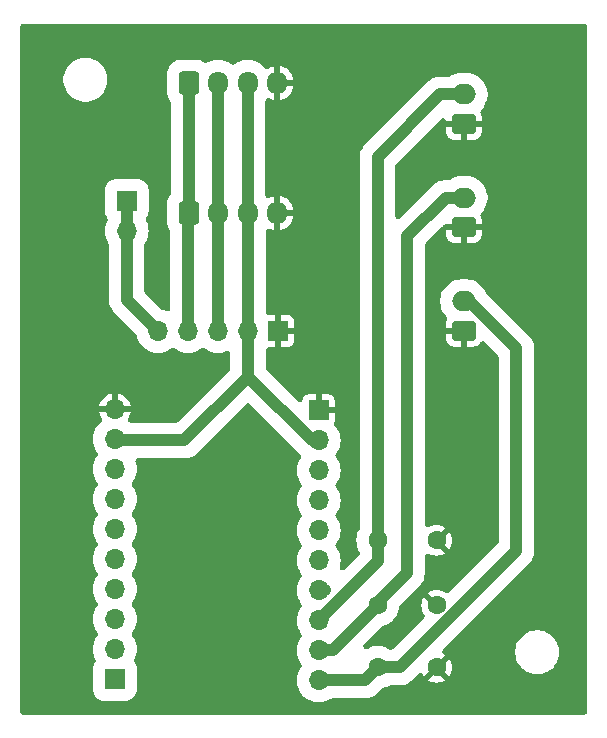
<source format=gbr>
%TF.GenerationSoftware,KiCad,Pcbnew,8.0.8-8.0.8-0~ubuntu24.04.1*%
%TF.CreationDate,2025-02-21T17:51:32+00:00*%
%TF.ProjectId,GPIO_expander_board,4750494f-5f65-4787-9061-6e6465725f62,rev?*%
%TF.SameCoordinates,Original*%
%TF.FileFunction,Copper,L2,Bot*%
%TF.FilePolarity,Positive*%
%FSLAX46Y46*%
G04 Gerber Fmt 4.6, Leading zero omitted, Abs format (unit mm)*
G04 Created by KiCad (PCBNEW 8.0.8-8.0.8-0~ubuntu24.04.1) date 2025-02-21 17:51:32*
%MOMM*%
%LPD*%
G01*
G04 APERTURE LIST*
G04 Aperture macros list*
%AMRoundRect*
0 Rectangle with rounded corners*
0 $1 Rounding radius*
0 $2 $3 $4 $5 $6 $7 $8 $9 X,Y pos of 4 corners*
0 Add a 4 corners polygon primitive as box body*
4,1,4,$2,$3,$4,$5,$6,$7,$8,$9,$2,$3,0*
0 Add four circle primitives for the rounded corners*
1,1,$1+$1,$2,$3*
1,1,$1+$1,$4,$5*
1,1,$1+$1,$6,$7*
1,1,$1+$1,$8,$9*
0 Add four rect primitives between the rounded corners*
20,1,$1+$1,$2,$3,$4,$5,0*
20,1,$1+$1,$4,$5,$6,$7,0*
20,1,$1+$1,$6,$7,$8,$9,0*
20,1,$1+$1,$8,$9,$2,$3,0*%
G04 Aperture macros list end*
%TA.AperFunction,ComponentPad*%
%ADD10R,1.700000X1.700000*%
%TD*%
%TA.AperFunction,ComponentPad*%
%ADD11O,1.700000X1.700000*%
%TD*%
%TA.AperFunction,ComponentPad*%
%ADD12RoundRect,0.250000X0.750000X-0.600000X0.750000X0.600000X-0.750000X0.600000X-0.750000X-0.600000X0*%
%TD*%
%TA.AperFunction,ComponentPad*%
%ADD13O,2.000000X1.700000*%
%TD*%
%TA.AperFunction,ComponentPad*%
%ADD14C,1.600000*%
%TD*%
%TA.AperFunction,ComponentPad*%
%ADD15RoundRect,0.250000X-0.600000X-0.725000X0.600000X-0.725000X0.600000X0.725000X-0.600000X0.725000X0*%
%TD*%
%TA.AperFunction,ComponentPad*%
%ADD16O,1.700000X1.950000*%
%TD*%
%TA.AperFunction,Conductor*%
%ADD17C,1.000000*%
%TD*%
G04 APERTURE END LIST*
D10*
%TO.P,J6,1,Pin_1*%
%TO.N,unconnected-(J6-Pin_1-Pad1)*%
X84500000Y-132740000D03*
D11*
%TO.P,J6,2,Pin_2*%
%TO.N,unconnected-(J6-Pin_2-Pad2)*%
X84500000Y-130200000D03*
%TO.P,J6,3,Pin_3*%
%TO.N,unconnected-(J6-Pin_3-Pad3)*%
X84500000Y-127660000D03*
%TO.P,J6,4,Pin_4*%
%TO.N,unconnected-(J6-Pin_4-Pad4)*%
X84500000Y-125120000D03*
%TO.P,J6,5,Pin_5*%
%TO.N,unconnected-(J6-Pin_5-Pad5)*%
X84500000Y-122580000D03*
%TO.P,J6,6,Pin_6*%
%TO.N,unconnected-(J6-Pin_6-Pad6)*%
X84500000Y-120040000D03*
%TO.P,J6,7,Pin_7*%
%TO.N,unconnected-(J6-Pin_7-Pad7)*%
X84500000Y-117500000D03*
%TO.P,J6,8,Pin_8*%
%TO.N,unconnected-(J6-Pin_8-Pad8)*%
X84500000Y-114960000D03*
%TO.P,J6,9,Pin_9*%
%TO.N,+5V*%
X84500000Y-112420000D03*
%TO.P,J6,10,Pin_10*%
%TO.N,GND*%
X84500000Y-109880000D03*
%TD*%
D10*
%TO.P,J4,1,Pin_1*%
%TO.N,GND*%
X101750000Y-110000000D03*
D11*
%TO.P,J4,2,Pin_2*%
%TO.N,+5V*%
X101750000Y-112540000D03*
%TO.P,J4,3,Pin_3*%
%TO.N,unconnected-(J4-Pin_3-Pad3)*%
X101750000Y-115080000D03*
%TO.P,J4,4,Pin_4*%
%TO.N,unconnected-(J4-Pin_4-Pad4)*%
X101750000Y-117620000D03*
%TO.P,J4,5,Pin_5*%
%TO.N,unconnected-(J4-Pin_5-Pad5)*%
X101750000Y-120160000D03*
%TO.P,J4,6,Pin_6*%
%TO.N,unconnected-(J4-Pin_6-Pad6)*%
X101750000Y-122700000D03*
%TO.P,J4,7,Pin_7*%
%TO.N,unconnected-(J4-Pin_7-Pad7)*%
X101750000Y-125240000D03*
%TO.P,J4,8,Pin_8*%
%TO.N,Net-(J1-Pin_2)*%
X101750000Y-127780000D03*
%TO.P,J4,9,Pin_9*%
%TO.N,Net-(J2-Pin_2)*%
X101750000Y-130320000D03*
%TO.P,J4,10,Pin_10*%
%TO.N,Net-(J3-Pin_2)*%
X101750000Y-132860000D03*
%TD*%
D12*
%TO.P,J1,1,Pin_1*%
%TO.N,GND*%
X114050000Y-85750000D03*
D13*
%TO.P,J1,2,Pin_2*%
%TO.N,Net-(J1-Pin_2)*%
X114050000Y-83250000D03*
%TD*%
D14*
%TO.P,C3,1*%
%TO.N,GND*%
X111750000Y-131750000D03*
%TO.P,C3,2*%
%TO.N,Net-(J3-Pin_2)*%
X106750000Y-131750000D03*
%TD*%
D12*
%TO.P,J3,1,Pin_1*%
%TO.N,GND*%
X114050000Y-103250000D03*
D13*
%TO.P,J3,2,Pin_2*%
%TO.N,Net-(J3-Pin_2)*%
X114050000Y-100750000D03*
%TD*%
D12*
%TO.P,J2,1,Pin_1*%
%TO.N,GND*%
X114050000Y-94500000D03*
D13*
%TO.P,J2,2,Pin_2*%
%TO.N,Net-(J2-Pin_2)*%
X114050000Y-92000000D03*
%TD*%
D14*
%TO.P,C1,1*%
%TO.N,GND*%
X111750000Y-121000000D03*
%TO.P,C1,2*%
%TO.N,Net-(J1-Pin_2)*%
X106750000Y-121000000D03*
%TD*%
D15*
%TO.P,P1,1,Pin_1*%
%TO.N,Net-(J5-Pin_4)*%
X90750000Y-93280000D03*
D16*
%TO.P,P1,2,Pin_2*%
%TO.N,Net-(J5-Pin_3)*%
X93250000Y-93280000D03*
%TO.P,P1,3,Pin_3*%
%TO.N,+5V*%
X95750000Y-93280000D03*
%TO.P,P1,4,Pin_4*%
%TO.N,GND*%
X98250000Y-93280000D03*
%TD*%
D15*
%TO.P,P2,1,Pin_1*%
%TO.N,Net-(J5-Pin_4)*%
X90750000Y-82280000D03*
D16*
%TO.P,P2,2,Pin_2*%
%TO.N,Net-(J5-Pin_3)*%
X93250000Y-82280000D03*
%TO.P,P2,3,Pin_3*%
%TO.N,+5V*%
X95750000Y-82280000D03*
%TO.P,P2,4,Pin_4*%
%TO.N,GND*%
X98250000Y-82280000D03*
%TD*%
D10*
%TO.P,J5,1,Pin_1*%
%TO.N,GND*%
X98325000Y-103280000D03*
D11*
%TO.P,J5,2,Pin_2*%
%TO.N,+5V*%
X95785000Y-103280000D03*
%TO.P,J5,3,Pin_3*%
%TO.N,Net-(J5-Pin_3)*%
X93245000Y-103280000D03*
%TO.P,J5,4,Pin_4*%
%TO.N,Net-(J5-Pin_4)*%
X90705000Y-103280000D03*
%TO.P,J5,5,Pin_5*%
%TO.N,Net-(J5-Pin_5)*%
X88165000Y-103280000D03*
%TD*%
D10*
%TO.P,J7,1,Pin_1*%
%TO.N,Net-(J5-Pin_5)*%
X85500000Y-92240000D03*
D11*
%TO.P,J7,2,Pin_2*%
X85500000Y-94780000D03*
%TD*%
D14*
%TO.P,C2,1*%
%TO.N,GND*%
X111750000Y-126500000D03*
%TO.P,C2,2*%
%TO.N,Net-(J2-Pin_2)*%
X106750000Y-126500000D03*
%TD*%
D17*
%TO.N,Net-(J1-Pin_2)*%
X101750000Y-127780000D02*
X106750000Y-122780000D01*
X106750000Y-122780000D02*
X106750000Y-121000000D01*
%TO.N,Net-(J2-Pin_2)*%
X101750000Y-130320000D02*
X102930000Y-130320000D01*
X102930000Y-130320000D02*
X106750000Y-126500000D01*
%TO.N,Net-(J3-Pin_2)*%
X101750000Y-132860000D02*
X105640000Y-132860000D01*
X105640000Y-132860000D02*
X106750000Y-131750000D01*
%TO.N,Net-(J2-Pin_2)*%
X106750000Y-126500000D02*
X106750000Y-126250000D01*
X106750000Y-126250000D02*
X109250000Y-123750000D01*
X109250000Y-123750000D02*
X109250000Y-95250000D01*
X109250000Y-95250000D02*
X112500000Y-92000000D01*
X112500000Y-92000000D02*
X114050000Y-92000000D01*
%TO.N,Net-(J1-Pin_2)*%
X114050000Y-83250000D02*
X112050000Y-83250000D01*
X112050000Y-83250000D02*
X106750000Y-88550000D01*
X106750000Y-88550000D02*
X106750000Y-121000000D01*
%TO.N,Net-(J3-Pin_2)*%
X108621321Y-131750000D02*
X118500000Y-121871321D01*
X118500000Y-121871321D02*
X118500000Y-104750000D01*
X106750000Y-131750000D02*
X108621321Y-131750000D01*
X114500000Y-100750000D02*
X114050000Y-100750000D01*
X118500000Y-104750000D02*
X114500000Y-100750000D01*
%TO.N,unconnected-(J4-Pin_7-Pad7)*%
X101750000Y-125240000D02*
X102290000Y-125240000D01*
%TO.N,+5V*%
X95750000Y-93280000D02*
X95750000Y-94000000D01*
X84500000Y-112540000D02*
X90380000Y-112540000D01*
X95785000Y-94035000D02*
X95785000Y-103280000D01*
X95785000Y-103280000D02*
X95785000Y-107135000D01*
X95750000Y-82280000D02*
X95750000Y-93280000D01*
X90380000Y-112540000D02*
X95785000Y-107135000D01*
X101190000Y-112540000D02*
X101750000Y-112540000D01*
X95785000Y-107135000D02*
X101190000Y-112540000D01*
X95750000Y-94000000D02*
X95785000Y-94035000D01*
%TO.N,Net-(J5-Pin_3)*%
X93250000Y-93280000D02*
X93250000Y-103275000D01*
X93250000Y-103275000D02*
X93245000Y-103280000D01*
X93250000Y-82280000D02*
X93250000Y-93280000D01*
%TO.N,Net-(J5-Pin_4)*%
X90705000Y-103280000D02*
X90705000Y-93325000D01*
X90750000Y-82280000D02*
X90750000Y-93280000D01*
X90705000Y-93325000D02*
X90750000Y-93280000D01*
%TO.N,Net-(J5-Pin_5)*%
X85500000Y-100615000D02*
X88165000Y-103280000D01*
X85500000Y-92240000D02*
X85500000Y-94780000D01*
X85500000Y-94780000D02*
X85500000Y-100615000D01*
%TD*%
%TA.AperFunction,Conductor*%
%TO.N,GND*%
G36*
X124345788Y-77269454D02*
G01*
X124426570Y-77323430D01*
X124480546Y-77404212D01*
X124499500Y-77499500D01*
X124499500Y-135500500D01*
X124480546Y-135595788D01*
X124426570Y-135676570D01*
X124345788Y-135730546D01*
X124250500Y-135749500D01*
X76749500Y-135749500D01*
X76654212Y-135730546D01*
X76573430Y-135676570D01*
X76519454Y-135595788D01*
X76500500Y-135500500D01*
X76500500Y-112420000D01*
X82644773Y-112420000D01*
X82663657Y-112684026D01*
X82719923Y-112942678D01*
X82812426Y-113190689D01*
X82939284Y-113423011D01*
X83027445Y-113540780D01*
X83069375Y-113628421D01*
X83074576Y-113725436D01*
X83042254Y-113817057D01*
X83027448Y-113839214D01*
X82959061Y-113930570D01*
X82939284Y-113956989D01*
X82939280Y-113956995D01*
X82812427Y-114189308D01*
X82812425Y-114189312D01*
X82767668Y-114309311D01*
X82719923Y-114437322D01*
X82663657Y-114695974D01*
X82644773Y-114960000D01*
X82663657Y-115224026D01*
X82719923Y-115482678D01*
X82812426Y-115730689D01*
X82939284Y-115963011D01*
X82939285Y-115963012D01*
X83027445Y-116080780D01*
X83069375Y-116168421D01*
X83074576Y-116265436D01*
X83042254Y-116357057D01*
X83027448Y-116379214D01*
X82954205Y-116477057D01*
X82939284Y-116496989D01*
X82939280Y-116496995D01*
X82812427Y-116729308D01*
X82812425Y-116729312D01*
X82767668Y-116849311D01*
X82719923Y-116977322D01*
X82663657Y-117235974D01*
X82644773Y-117500000D01*
X82663657Y-117764026D01*
X82719923Y-118022678D01*
X82812426Y-118270689D01*
X82939284Y-118503011D01*
X82939285Y-118503012D01*
X83027445Y-118620780D01*
X83069375Y-118708421D01*
X83074576Y-118805436D01*
X83042254Y-118897057D01*
X83027448Y-118919214D01*
X82954205Y-119017057D01*
X82939284Y-119036989D01*
X82939280Y-119036995D01*
X82812427Y-119269308D01*
X82812425Y-119269312D01*
X82767668Y-119389311D01*
X82719923Y-119517322D01*
X82693819Y-119637320D01*
X82663657Y-119775972D01*
X82655074Y-119895972D01*
X82644773Y-120040000D01*
X82663657Y-120304026D01*
X82719923Y-120562678D01*
X82751430Y-120647152D01*
X82812425Y-120810687D01*
X82812427Y-120810691D01*
X82916183Y-121000706D01*
X82939284Y-121043011D01*
X83027444Y-121160779D01*
X83027445Y-121160780D01*
X83069375Y-121248421D01*
X83074576Y-121345436D01*
X83042254Y-121437057D01*
X83027448Y-121459214D01*
X82972822Y-121532187D01*
X82939284Y-121576989D01*
X82939280Y-121576995D01*
X82812427Y-121809308D01*
X82812425Y-121809312D01*
X82767668Y-121929311D01*
X82719923Y-122057322D01*
X82703352Y-122133498D01*
X82663657Y-122315972D01*
X82644773Y-122580000D01*
X82663657Y-122844027D01*
X82664702Y-122848831D01*
X82719923Y-123102678D01*
X82812426Y-123350689D01*
X82939284Y-123583011D01*
X82939285Y-123583012D01*
X83027445Y-123700780D01*
X83069375Y-123788421D01*
X83074576Y-123885436D01*
X83042254Y-123977057D01*
X83027448Y-123999214D01*
X82955383Y-124095483D01*
X82939284Y-124116989D01*
X82939280Y-124116995D01*
X82812427Y-124349308D01*
X82812425Y-124349312D01*
X82767668Y-124469311D01*
X82719923Y-124597322D01*
X82663657Y-124855974D01*
X82644773Y-125120000D01*
X82663657Y-125384026D01*
X82719923Y-125642678D01*
X82812426Y-125890689D01*
X82939284Y-126123011D01*
X83027444Y-126240779D01*
X83027445Y-126240780D01*
X83069375Y-126328421D01*
X83074576Y-126425436D01*
X83042254Y-126517057D01*
X83027448Y-126539214D01*
X82954205Y-126637057D01*
X82939284Y-126656989D01*
X82939280Y-126656995D01*
X82812427Y-126889308D01*
X82812425Y-126889312D01*
X82767668Y-127009311D01*
X82719923Y-127137322D01*
X82716625Y-127152483D01*
X82663657Y-127395972D01*
X82644773Y-127660000D01*
X82649642Y-127728083D01*
X82663657Y-127924026D01*
X82719923Y-128182678D01*
X82812426Y-128430689D01*
X82939284Y-128663011D01*
X82977415Y-128713948D01*
X83027445Y-128780780D01*
X83069375Y-128868421D01*
X83074576Y-128965436D01*
X83042254Y-129057057D01*
X83027448Y-129079214D01*
X82954205Y-129177057D01*
X82939284Y-129196989D01*
X82939280Y-129196995D01*
X82812427Y-129429308D01*
X82812425Y-129429312D01*
X82767668Y-129549311D01*
X82719923Y-129677322D01*
X82693819Y-129797320D01*
X82663657Y-129935972D01*
X82645749Y-130186349D01*
X82644773Y-130200000D01*
X82663657Y-130464026D01*
X82719923Y-130722678D01*
X82764681Y-130842678D01*
X82812425Y-130970687D01*
X82812427Y-130970691D01*
X82851004Y-131041340D01*
X82880035Y-131134057D01*
X82871376Y-131230825D01*
X82826343Y-131316913D01*
X82825443Y-131318024D01*
X82810301Y-131336593D01*
X82810299Y-131336596D01*
X82716093Y-131516946D01*
X82716090Y-131516954D01*
X82660115Y-131712578D01*
X82660114Y-131712582D01*
X82649500Y-131831963D01*
X82649500Y-133648031D01*
X82649501Y-133648043D01*
X82660113Y-133767414D01*
X82716090Y-133963045D01*
X82716093Y-133963053D01*
X82810268Y-134143343D01*
X82810302Y-134143407D01*
X82938891Y-134301109D01*
X83096593Y-134429698D01*
X83276951Y-134523909D01*
X83472582Y-134579886D01*
X83591963Y-134590500D01*
X85408036Y-134590499D01*
X85527418Y-134579886D01*
X85723049Y-134523909D01*
X85903407Y-134429698D01*
X86061109Y-134301109D01*
X86189698Y-134143407D01*
X86283909Y-133963049D01*
X86339886Y-133767418D01*
X86350500Y-133648037D01*
X86350499Y-131831964D01*
X86339886Y-131712582D01*
X86283909Y-131516951D01*
X86189698Y-131336593D01*
X86174557Y-131318024D01*
X86129032Y-131232200D01*
X86119814Y-131135483D01*
X86148311Y-131042601D01*
X86148883Y-131041544D01*
X86187574Y-130970689D01*
X86280077Y-130722678D01*
X86336343Y-130464026D01*
X86355227Y-130200000D01*
X86336343Y-129935974D01*
X86280077Y-129677322D01*
X86187574Y-129429311D01*
X86060716Y-129196989D01*
X85972552Y-129079216D01*
X85930624Y-128991581D01*
X85925423Y-128894565D01*
X85957745Y-128802944D01*
X85972545Y-128780793D01*
X86060716Y-128663011D01*
X86187574Y-128430689D01*
X86280077Y-128182678D01*
X86336343Y-127924026D01*
X86355227Y-127660000D01*
X86336343Y-127395974D01*
X86280077Y-127137322D01*
X86187574Y-126889311D01*
X86060716Y-126656989D01*
X85972552Y-126539216D01*
X85930624Y-126451581D01*
X85925423Y-126354565D01*
X85957745Y-126262944D01*
X85972545Y-126240793D01*
X86060716Y-126123011D01*
X86187574Y-125890689D01*
X86280077Y-125642678D01*
X86336343Y-125384026D01*
X86355227Y-125120000D01*
X86336343Y-124855974D01*
X86280077Y-124597322D01*
X86187574Y-124349311D01*
X86060716Y-124116989D01*
X85972552Y-123999216D01*
X85930624Y-123911581D01*
X85925423Y-123814565D01*
X85957745Y-123722944D01*
X85972545Y-123700793D01*
X86060716Y-123583011D01*
X86187574Y-123350689D01*
X86280077Y-123102678D01*
X86336343Y-122844026D01*
X86355227Y-122580000D01*
X86336343Y-122315974D01*
X86280077Y-122057322D01*
X86187574Y-121809311D01*
X86060716Y-121576989D01*
X85972552Y-121459216D01*
X85930624Y-121371581D01*
X85925423Y-121274565D01*
X85957745Y-121182944D01*
X85972545Y-121160793D01*
X86060716Y-121043011D01*
X86187574Y-120810689D01*
X86280077Y-120562678D01*
X86336343Y-120304026D01*
X86355227Y-120040000D01*
X86336343Y-119775974D01*
X86280077Y-119517322D01*
X86187574Y-119269311D01*
X86060716Y-119036989D01*
X85972552Y-118919216D01*
X85930624Y-118831581D01*
X85925423Y-118734565D01*
X85957745Y-118642944D01*
X85972545Y-118620793D01*
X86060716Y-118503011D01*
X86187574Y-118270689D01*
X86280077Y-118022678D01*
X86336343Y-117764026D01*
X86355227Y-117500000D01*
X86336343Y-117235974D01*
X86280077Y-116977322D01*
X86187574Y-116729311D01*
X86060716Y-116496989D01*
X85972552Y-116379216D01*
X85930624Y-116291581D01*
X85925423Y-116194565D01*
X85957745Y-116102944D01*
X85972545Y-116080793D01*
X86060716Y-115963011D01*
X86187574Y-115730689D01*
X86280077Y-115482678D01*
X86336343Y-115224026D01*
X86355227Y-114960000D01*
X86336343Y-114695974D01*
X86280077Y-114437322D01*
X86257396Y-114376513D01*
X86241857Y-114280612D01*
X86264200Y-114186061D01*
X86321025Y-114107258D01*
X86403682Y-114056199D01*
X86490698Y-114040500D01*
X90498088Y-114040500D01*
X90498092Y-114040500D01*
X90731368Y-114003553D01*
X90955992Y-113930568D01*
X91166434Y-113823343D01*
X91357510Y-113684517D01*
X95608933Y-109433093D01*
X95689712Y-109379120D01*
X95785000Y-109360166D01*
X95880288Y-109379120D01*
X95961066Y-109433093D01*
X100212490Y-113684517D01*
X100212493Y-113684519D01*
X100214675Y-113686701D01*
X100268651Y-113767483D01*
X100287605Y-113862771D01*
X100268651Y-113958059D01*
X100237941Y-114011989D01*
X100189287Y-114076983D01*
X100189280Y-114076995D01*
X100062427Y-114309308D01*
X100062425Y-114309312D01*
X99996595Y-114485810D01*
X99969923Y-114557322D01*
X99913657Y-114815974D01*
X99894773Y-115080000D01*
X99913657Y-115344026D01*
X99969923Y-115602678D01*
X100062426Y-115850689D01*
X100189284Y-116083011D01*
X100277444Y-116200779D01*
X100277445Y-116200780D01*
X100319375Y-116288421D01*
X100324576Y-116385436D01*
X100292254Y-116477057D01*
X100277445Y-116499220D01*
X100189284Y-116616989D01*
X100189280Y-116616995D01*
X100062427Y-116849308D01*
X100062425Y-116849312D01*
X99996595Y-117025810D01*
X99969923Y-117097322D01*
X99913657Y-117355974D01*
X99894773Y-117620000D01*
X99913657Y-117884026D01*
X99969923Y-118142678D01*
X100062426Y-118390689D01*
X100189284Y-118623011D01*
X100277444Y-118740779D01*
X100277445Y-118740780D01*
X100319375Y-118828421D01*
X100324576Y-118925436D01*
X100292254Y-119017057D01*
X100277445Y-119039220D01*
X100189284Y-119156989D01*
X100189280Y-119156995D01*
X100062427Y-119389308D01*
X100062425Y-119389312D01*
X99996595Y-119565810D01*
X99969923Y-119637322D01*
X99957369Y-119695034D01*
X99913657Y-119895972D01*
X99894773Y-120160000D01*
X99913657Y-120424027D01*
X99923180Y-120467805D01*
X99969923Y-120682678D01*
X100062426Y-120930689D01*
X100189284Y-121163011D01*
X100277444Y-121280779D01*
X100277445Y-121280780D01*
X100319375Y-121368421D01*
X100324576Y-121465436D01*
X100292254Y-121557057D01*
X100277448Y-121579214D01*
X100222597Y-121652488D01*
X100189284Y-121696989D01*
X100189280Y-121696995D01*
X100062427Y-121929308D01*
X100062425Y-121929312D01*
X100006586Y-122079025D01*
X99969923Y-122177322D01*
X99913657Y-122435974D01*
X99894773Y-122700000D01*
X99913657Y-122964026D01*
X99969923Y-123222678D01*
X100017669Y-123350691D01*
X100062425Y-123470687D01*
X100062427Y-123470691D01*
X100150458Y-123631908D01*
X100189284Y-123703011D01*
X100277445Y-123820780D01*
X100319375Y-123908421D01*
X100324576Y-124005436D01*
X100292254Y-124097057D01*
X100277445Y-124119220D01*
X100189284Y-124236989D01*
X100189280Y-124236995D01*
X100062427Y-124469308D01*
X100062425Y-124469312D01*
X99996595Y-124645810D01*
X99969923Y-124717322D01*
X99967707Y-124727510D01*
X99913657Y-124975972D01*
X99894773Y-125240000D01*
X99912759Y-125491478D01*
X99913657Y-125504026D01*
X99969923Y-125762678D01*
X100017669Y-125890691D01*
X100062425Y-126010687D01*
X100062427Y-126010691D01*
X100154833Y-126179920D01*
X100189284Y-126243011D01*
X100277445Y-126360780D01*
X100319375Y-126448421D01*
X100324576Y-126545436D01*
X100292254Y-126637057D01*
X100277448Y-126659214D01*
X100212777Y-126745606D01*
X100189284Y-126776989D01*
X100189280Y-126776995D01*
X100062427Y-127009308D01*
X100062425Y-127009312D01*
X100009026Y-127152483D01*
X99969923Y-127257322D01*
X99964251Y-127283398D01*
X99913657Y-127515972D01*
X99903356Y-127660000D01*
X99894773Y-127780000D01*
X99913657Y-128044026D01*
X99969923Y-128302678D01*
X100017669Y-128430691D01*
X100062425Y-128550687D01*
X100062427Y-128550691D01*
X100151572Y-128713948D01*
X100189284Y-128783011D01*
X100277445Y-128900780D01*
X100319375Y-128988421D01*
X100324576Y-129085436D01*
X100292254Y-129177057D01*
X100277448Y-129199214D01*
X100189284Y-129316989D01*
X100189280Y-129316995D01*
X100062427Y-129549308D01*
X100062425Y-129549312D01*
X99996595Y-129725810D01*
X99969923Y-129797322D01*
X99956630Y-129858429D01*
X99913657Y-130055972D01*
X99894773Y-130320000D01*
X99913657Y-130584027D01*
X99921453Y-130619865D01*
X99969923Y-130842678D01*
X100017669Y-130970690D01*
X100062425Y-131090687D01*
X100062427Y-131090691D01*
X100186562Y-131318027D01*
X100189284Y-131323011D01*
X100269315Y-131429920D01*
X100277445Y-131440780D01*
X100319375Y-131528421D01*
X100324576Y-131625436D01*
X100292254Y-131717057D01*
X100277448Y-131739214D01*
X100189284Y-131856989D01*
X100189280Y-131856995D01*
X100062427Y-132089308D01*
X100062425Y-132089312D01*
X100013594Y-132220234D01*
X99969923Y-132337322D01*
X99955748Y-132402485D01*
X99913657Y-132595972D01*
X99894773Y-132860000D01*
X99908717Y-133054965D01*
X99913657Y-133124026D01*
X99969923Y-133382678D01*
X100062426Y-133630689D01*
X100189284Y-133863011D01*
X100347913Y-134074915D01*
X100535085Y-134262087D01*
X100746989Y-134420716D01*
X100979311Y-134547574D01*
X101227322Y-134640077D01*
X101485974Y-134696343D01*
X101750000Y-134715227D01*
X102014026Y-134696343D01*
X102272678Y-134640077D01*
X102520689Y-134547574D01*
X102753011Y-134420716D01*
X102767104Y-134410165D01*
X102854745Y-134368235D01*
X102916325Y-134360500D01*
X105758088Y-134360500D01*
X105758092Y-134360500D01*
X105991368Y-134323553D01*
X106215992Y-134250568D01*
X106426434Y-134143343D01*
X106617510Y-134004517D01*
X107050229Y-133571796D01*
X107131007Y-133517822D01*
X107152881Y-133509937D01*
X107409641Y-133430738D01*
X107409647Y-133430735D01*
X107409648Y-133430735D01*
X107520226Y-133377482D01*
X107652775Y-133313651D01*
X107681939Y-133293766D01*
X107771347Y-133255750D01*
X107822207Y-133250500D01*
X108739409Y-133250500D01*
X108739413Y-133250500D01*
X108972689Y-133213553D01*
X109197313Y-133140568D01*
X109407755Y-133033343D01*
X109598831Y-132894517D01*
X110200187Y-132293160D01*
X110280962Y-132239188D01*
X110376251Y-132220234D01*
X110471539Y-132239188D01*
X110552320Y-132293164D01*
X110601921Y-132364000D01*
X110619866Y-132402482D01*
X110619868Y-132402485D01*
X110670973Y-132475471D01*
X111350000Y-131796446D01*
X111350000Y-131802661D01*
X111377259Y-131904394D01*
X111429920Y-131995606D01*
X111504394Y-132070080D01*
X111595606Y-132122741D01*
X111697339Y-132150000D01*
X111703553Y-132150000D01*
X111024527Y-132829025D01*
X111024527Y-132829027D01*
X111097510Y-132880129D01*
X111097514Y-132880132D01*
X111303676Y-132976267D01*
X111523396Y-133035140D01*
X111750000Y-133054965D01*
X111976602Y-133035140D01*
X111976603Y-133035140D01*
X112196323Y-132976267D01*
X112402486Y-132880132D01*
X112402488Y-132880130D01*
X112475471Y-132829027D01*
X112475471Y-132829026D01*
X111796445Y-132150000D01*
X111802661Y-132150000D01*
X111904394Y-132122741D01*
X111995606Y-132070080D01*
X112070080Y-131995606D01*
X112122741Y-131904394D01*
X112150000Y-131802661D01*
X112150000Y-131796445D01*
X112829026Y-132475471D01*
X112829027Y-132475471D01*
X112880130Y-132402488D01*
X112880132Y-132402486D01*
X112976267Y-132196323D01*
X113035140Y-131976603D01*
X113035140Y-131976602D01*
X113054965Y-131750000D01*
X113035140Y-131523397D01*
X113035140Y-131523396D01*
X112976267Y-131303676D01*
X112880132Y-131097514D01*
X112880129Y-131097510D01*
X112829027Y-131024527D01*
X112829025Y-131024527D01*
X112150000Y-131703552D01*
X112150000Y-131697339D01*
X112122741Y-131595606D01*
X112070080Y-131504394D01*
X111995606Y-131429920D01*
X111904394Y-131377259D01*
X111802661Y-131350000D01*
X111796447Y-131350000D01*
X112475472Y-130670973D01*
X112402485Y-130619868D01*
X112402480Y-130619865D01*
X112363999Y-130601920D01*
X112285650Y-130544470D01*
X112235250Y-130461410D01*
X112220472Y-130365386D01*
X112224552Y-130348712D01*
X118399500Y-130348712D01*
X118399500Y-130591287D01*
X118431162Y-130831790D01*
X118431163Y-130831795D01*
X118493940Y-131066082D01*
X118493948Y-131066105D01*
X118586770Y-131290201D01*
X118586778Y-131290217D01*
X118708058Y-131500279D01*
X118708064Y-131500289D01*
X118855729Y-131692731D01*
X118855738Y-131692741D01*
X119027258Y-131864261D01*
X119027268Y-131864270D01*
X119079559Y-131904394D01*
X119219711Y-132011936D01*
X119219720Y-132011941D01*
X119429782Y-132133221D01*
X119429798Y-132133229D01*
X119569858Y-132191242D01*
X119653900Y-132226054D01*
X119653911Y-132226057D01*
X119653917Y-132226059D01*
X119837021Y-132275121D01*
X119888211Y-132288838D01*
X120128712Y-132320500D01*
X120371288Y-132320500D01*
X120611789Y-132288838D01*
X120797084Y-132239188D01*
X120846082Y-132226059D01*
X120846084Y-132226058D01*
X120846100Y-132226054D01*
X120997766Y-132163231D01*
X121070201Y-132133229D01*
X121070206Y-132133226D01*
X121070212Y-132133224D01*
X121280289Y-132011936D01*
X121472738Y-131864265D01*
X121644265Y-131692738D01*
X121791936Y-131500289D01*
X121913224Y-131290212D01*
X122006054Y-131066100D01*
X122012689Y-131041340D01*
X122031619Y-130970690D01*
X122068838Y-130831789D01*
X122100500Y-130591288D01*
X122100500Y-130348712D01*
X122068838Y-130108211D01*
X122022687Y-129935974D01*
X122006059Y-129873917D01*
X122006057Y-129873911D01*
X122006054Y-129873900D01*
X121960780Y-129764599D01*
X121913229Y-129649798D01*
X121913221Y-129649782D01*
X121791941Y-129439720D01*
X121791935Y-129439710D01*
X121783956Y-129429312D01*
X121644265Y-129247262D01*
X121472738Y-129075735D01*
X121472735Y-129075733D01*
X121472731Y-129075729D01*
X121280289Y-128928064D01*
X121280279Y-128928058D01*
X121070217Y-128806778D01*
X121070201Y-128806770D01*
X120846105Y-128713948D01*
X120846103Y-128713947D01*
X120846100Y-128713946D01*
X120846096Y-128713945D01*
X120846082Y-128713940D01*
X120611795Y-128651163D01*
X120611790Y-128651162D01*
X120371288Y-128619500D01*
X120128712Y-128619500D01*
X119888209Y-128651162D01*
X119888204Y-128651163D01*
X119653917Y-128713940D01*
X119653894Y-128713948D01*
X119429798Y-128806770D01*
X119429782Y-128806778D01*
X119219720Y-128928058D01*
X119219710Y-128928064D01*
X119027268Y-129075729D01*
X119027258Y-129075738D01*
X118855738Y-129247258D01*
X118855729Y-129247268D01*
X118708064Y-129439710D01*
X118708058Y-129439720D01*
X118586778Y-129649782D01*
X118586770Y-129649798D01*
X118493948Y-129873894D01*
X118493940Y-129873917D01*
X118431163Y-130108204D01*
X118431162Y-130108209D01*
X118399500Y-130348712D01*
X112224552Y-130348712D01*
X112243566Y-130271015D01*
X112293159Y-130200188D01*
X119644518Y-122848831D01*
X119783343Y-122657754D01*
X119890568Y-122447313D01*
X119963553Y-122222689D01*
X120000500Y-121989413D01*
X120000500Y-121753229D01*
X120000500Y-104631908D01*
X119963553Y-104398632D01*
X119890568Y-104174008D01*
X119783343Y-103963566D01*
X119644517Y-103772490D01*
X115941667Y-100069640D01*
X115887691Y-99988858D01*
X115887690Y-99988855D01*
X115863224Y-99929788D01*
X115741936Y-99719711D01*
X115594265Y-99527262D01*
X115422738Y-99355735D01*
X115422735Y-99355733D01*
X115422731Y-99355729D01*
X115230289Y-99208064D01*
X115230279Y-99208058D01*
X115020217Y-99086778D01*
X115020201Y-99086770D01*
X114796105Y-98993948D01*
X114796103Y-98993947D01*
X114796100Y-98993946D01*
X114796096Y-98993945D01*
X114796082Y-98993940D01*
X114561795Y-98931163D01*
X114561790Y-98931162D01*
X114321288Y-98899500D01*
X113778712Y-98899500D01*
X113538209Y-98931162D01*
X113538204Y-98931163D01*
X113303917Y-98993940D01*
X113303894Y-98993948D01*
X113079798Y-99086770D01*
X113079782Y-99086778D01*
X112869720Y-99208058D01*
X112869710Y-99208064D01*
X112677268Y-99355729D01*
X112677258Y-99355738D01*
X112505738Y-99527258D01*
X112505729Y-99527268D01*
X112358064Y-99719710D01*
X112358058Y-99719720D01*
X112236778Y-99929782D01*
X112236770Y-99929798D01*
X112143948Y-100153894D01*
X112143940Y-100153917D01*
X112081163Y-100388204D01*
X112081162Y-100388209D01*
X112049500Y-100628712D01*
X112049500Y-100871287D01*
X112081162Y-101111790D01*
X112081163Y-101111795D01*
X112143940Y-101346082D01*
X112143948Y-101346105D01*
X112236770Y-101570201D01*
X112236778Y-101570217D01*
X112358058Y-101780279D01*
X112358064Y-101780289D01*
X112505729Y-101972731D01*
X112505738Y-101972741D01*
X112571298Y-102038301D01*
X112625274Y-102119083D01*
X112644228Y-102214371D01*
X112625274Y-102309659D01*
X112620901Y-102319597D01*
X112615642Y-102330874D01*
X112560495Y-102497298D01*
X112560494Y-102497305D01*
X112550000Y-102600018D01*
X112550000Y-102999999D01*
X112550001Y-103000000D01*
X113616988Y-103000000D01*
X113584075Y-103057007D01*
X113550000Y-103184174D01*
X113550000Y-103315826D01*
X113584075Y-103442993D01*
X113616988Y-103500000D01*
X112550002Y-103500000D01*
X112550001Y-103500001D01*
X112550001Y-103899984D01*
X112560494Y-104002699D01*
X112560495Y-104002702D01*
X112615640Y-104169119D01*
X112615641Y-104169121D01*
X112707681Y-104318341D01*
X112707684Y-104318345D01*
X112831654Y-104442315D01*
X112831658Y-104442318D01*
X112980878Y-104534358D01*
X112980879Y-104534359D01*
X113147298Y-104589504D01*
X113147305Y-104589505D01*
X113250023Y-104599999D01*
X113799998Y-104599999D01*
X113800000Y-104599998D01*
X113800000Y-103683012D01*
X113857007Y-103715925D01*
X113984174Y-103750000D01*
X114115826Y-103750000D01*
X114242993Y-103715925D01*
X114300000Y-103683012D01*
X114300000Y-104599998D01*
X114300001Y-104599999D01*
X114849968Y-104599999D01*
X114849984Y-104599998D01*
X114952699Y-104589505D01*
X114952702Y-104589504D01*
X115119119Y-104534359D01*
X115119121Y-104534358D01*
X115268341Y-104442318D01*
X115268345Y-104442315D01*
X115392317Y-104318343D01*
X115438344Y-104243722D01*
X115504500Y-104172570D01*
X115592849Y-104132152D01*
X115689940Y-104128620D01*
X115780991Y-104162511D01*
X115826343Y-104198370D01*
X116926570Y-105298597D01*
X116980546Y-105379379D01*
X116999500Y-105474667D01*
X116999500Y-121146652D01*
X116980546Y-121241940D01*
X116926570Y-121322722D01*
X112830743Y-125418548D01*
X112749961Y-125472524D01*
X112654673Y-125491478D01*
X112559385Y-125472524D01*
X112511854Y-125446448D01*
X112402482Y-125369866D01*
X112196323Y-125273732D01*
X111976603Y-125214859D01*
X111750000Y-125195034D01*
X111523397Y-125214859D01*
X111523396Y-125214859D01*
X111303676Y-125273732D01*
X111097513Y-125369868D01*
X111024527Y-125420972D01*
X111703555Y-126100000D01*
X111697339Y-126100000D01*
X111595606Y-126127259D01*
X111504394Y-126179920D01*
X111429920Y-126254394D01*
X111377259Y-126345606D01*
X111350000Y-126447339D01*
X111350000Y-126453555D01*
X110670972Y-125774527D01*
X110619868Y-125847513D01*
X110523732Y-126053676D01*
X110464859Y-126273396D01*
X110464859Y-126273397D01*
X110445034Y-126500000D01*
X110464859Y-126726602D01*
X110464859Y-126726603D01*
X110523732Y-126946323D01*
X110619866Y-127152483D01*
X110696448Y-127261853D01*
X110735577Y-127350780D01*
X110737696Y-127447911D01*
X110702483Y-127538461D01*
X110668549Y-127580743D01*
X108072724Y-130176570D01*
X107991942Y-130230546D01*
X107896654Y-130249500D01*
X107822207Y-130249500D01*
X107726919Y-130230546D01*
X107681939Y-130206233D01*
X107673062Y-130200181D01*
X107652775Y-130186349D01*
X107652774Y-130186348D01*
X107652772Y-130186347D01*
X107409649Y-130069265D01*
X107409644Y-130069263D01*
X107409641Y-130069262D01*
X107151772Y-129989720D01*
X106884929Y-129949500D01*
X106615071Y-129949500D01*
X106414938Y-129979665D01*
X106348227Y-129989720D01*
X106198799Y-130035812D01*
X106090359Y-130069262D01*
X106090357Y-130069262D01*
X106090350Y-130069265D01*
X105891534Y-130165010D01*
X105797458Y-130189277D01*
X105701257Y-130175696D01*
X105617576Y-130126334D01*
X105559156Y-130048706D01*
X105534889Y-129954630D01*
X105548470Y-129858429D01*
X105597832Y-129774748D01*
X105607409Y-129764617D01*
X107050231Y-128321795D01*
X107131010Y-128267822D01*
X107152888Y-128259935D01*
X107409641Y-128180738D01*
X107652775Y-128063651D01*
X107875741Y-127911635D01*
X108073561Y-127728085D01*
X108241815Y-127517102D01*
X108376743Y-127283398D01*
X108475334Y-127032195D01*
X108535383Y-126769103D01*
X108543259Y-126663995D01*
X108569280Y-126570391D01*
X108615490Y-126506535D01*
X110394517Y-124727510D01*
X110533343Y-124536433D01*
X110640568Y-124325992D01*
X110713553Y-124101368D01*
X110750500Y-123868092D01*
X110750500Y-123631908D01*
X110750500Y-122359168D01*
X110769454Y-122263880D01*
X110823430Y-122183098D01*
X110904212Y-122129122D01*
X110999500Y-122110168D01*
X111094788Y-122129122D01*
X111104733Y-122133498D01*
X111303673Y-122226266D01*
X111523396Y-122285140D01*
X111750000Y-122304965D01*
X111976602Y-122285140D01*
X111976603Y-122285140D01*
X112196323Y-122226267D01*
X112402486Y-122130132D01*
X112402488Y-122130130D01*
X112475471Y-122079027D01*
X112475471Y-122079025D01*
X111796447Y-121400000D01*
X111802661Y-121400000D01*
X111904394Y-121372741D01*
X111995606Y-121320080D01*
X112070080Y-121245606D01*
X112122741Y-121154394D01*
X112150000Y-121052661D01*
X112150000Y-121046445D01*
X112829026Y-121725471D01*
X112829027Y-121725471D01*
X112880130Y-121652488D01*
X112880132Y-121652486D01*
X112976267Y-121446323D01*
X113035140Y-121226603D01*
X113035140Y-121226602D01*
X113054965Y-121000000D01*
X113035140Y-120773397D01*
X113035140Y-120773396D01*
X112976267Y-120553676D01*
X112880132Y-120347514D01*
X112880129Y-120347510D01*
X112829026Y-120274527D01*
X112150000Y-120953553D01*
X112150000Y-120947339D01*
X112122741Y-120845606D01*
X112070080Y-120754394D01*
X111995606Y-120679920D01*
X111904394Y-120627259D01*
X111802661Y-120600000D01*
X111796444Y-120600000D01*
X112475471Y-119920972D01*
X112402485Y-119869868D01*
X112402483Y-119869866D01*
X112196323Y-119773732D01*
X111976603Y-119714859D01*
X111750000Y-119695034D01*
X111523397Y-119714859D01*
X111523396Y-119714859D01*
X111303676Y-119773732D01*
X111104732Y-119866502D01*
X111010361Y-119889594D01*
X110914337Y-119874814D01*
X110831278Y-119824413D01*
X110773829Y-119746063D01*
X110750737Y-119651692D01*
X110750500Y-119640831D01*
X110750500Y-95974666D01*
X110769454Y-95879378D01*
X110823428Y-95798598D01*
X112124932Y-94497094D01*
X112205713Y-94443119D01*
X112236913Y-94436912D01*
X112243120Y-94405712D01*
X112297096Y-94324930D01*
X112299096Y-94322930D01*
X112379878Y-94268954D01*
X112475166Y-94250000D01*
X113616988Y-94250000D01*
X113584075Y-94307007D01*
X113550000Y-94434174D01*
X113550000Y-94565826D01*
X113584075Y-94692993D01*
X113616988Y-94750000D01*
X112550001Y-94750000D01*
X112550001Y-95149984D01*
X112560494Y-95252699D01*
X112560495Y-95252702D01*
X112615640Y-95419119D01*
X112615641Y-95419121D01*
X112707681Y-95568341D01*
X112707684Y-95568345D01*
X112831654Y-95692315D01*
X112831658Y-95692318D01*
X112980878Y-95784358D01*
X112980879Y-95784359D01*
X113147298Y-95839504D01*
X113147305Y-95839505D01*
X113250023Y-95849999D01*
X113799998Y-95849999D01*
X113800000Y-95849998D01*
X113800000Y-94933012D01*
X113857007Y-94965925D01*
X113984174Y-95000000D01*
X114115826Y-95000000D01*
X114242993Y-94965925D01*
X114300000Y-94933012D01*
X114300000Y-95849998D01*
X114300001Y-95849999D01*
X114849968Y-95849999D01*
X114849984Y-95849998D01*
X114952699Y-95839505D01*
X114952702Y-95839504D01*
X115119119Y-95784359D01*
X115119121Y-95784358D01*
X115268341Y-95692318D01*
X115268345Y-95692315D01*
X115392315Y-95568345D01*
X115392318Y-95568341D01*
X115484358Y-95419121D01*
X115484359Y-95419120D01*
X115539504Y-95252701D01*
X115539505Y-95252694D01*
X115549999Y-95149981D01*
X115550000Y-95149971D01*
X115550000Y-94750001D01*
X115549999Y-94750000D01*
X114483012Y-94750000D01*
X114515925Y-94692993D01*
X114550000Y-94565826D01*
X114550000Y-94434174D01*
X114515925Y-94307007D01*
X114483012Y-94250000D01*
X115549998Y-94250000D01*
X115549999Y-94249999D01*
X115549999Y-93850032D01*
X115549998Y-93850015D01*
X115539505Y-93747300D01*
X115539504Y-93747297D01*
X115484360Y-93580883D01*
X115479101Y-93569605D01*
X115456008Y-93475234D01*
X115470787Y-93379210D01*
X115521188Y-93296150D01*
X115528703Y-93288300D01*
X115594254Y-93222749D01*
X115594265Y-93222738D01*
X115741936Y-93030289D01*
X115863224Y-92820212D01*
X115956054Y-92596100D01*
X116018838Y-92361789D01*
X116050500Y-92121288D01*
X116050500Y-91878712D01*
X116018838Y-91638211D01*
X115956054Y-91403900D01*
X115921242Y-91319858D01*
X115863229Y-91179798D01*
X115863221Y-91179782D01*
X115741941Y-90969720D01*
X115741935Y-90969710D01*
X115594270Y-90777268D01*
X115594261Y-90777258D01*
X115422741Y-90605738D01*
X115422731Y-90605729D01*
X115230289Y-90458064D01*
X115230279Y-90458058D01*
X115020217Y-90336778D01*
X115020201Y-90336770D01*
X114796105Y-90243948D01*
X114796103Y-90243947D01*
X114796100Y-90243946D01*
X114796096Y-90243945D01*
X114796082Y-90243940D01*
X114561795Y-90181163D01*
X114561790Y-90181162D01*
X114321288Y-90149500D01*
X113778712Y-90149500D01*
X113538209Y-90181162D01*
X113538204Y-90181163D01*
X113303917Y-90243940D01*
X113303894Y-90243948D01*
X113079798Y-90336770D01*
X113079782Y-90336778D01*
X112862652Y-90462139D01*
X112862022Y-90461048D01*
X112780740Y-90494716D01*
X112732164Y-90499500D01*
X112618092Y-90499500D01*
X112381908Y-90499500D01*
X112381905Y-90499500D01*
X112381896Y-90499501D01*
X112148635Y-90536446D01*
X111924015Y-90609429D01*
X111924010Y-90609431D01*
X111713566Y-90716657D01*
X111522492Y-90855481D01*
X108675570Y-93702403D01*
X108594788Y-93756379D01*
X108499500Y-93775333D01*
X108404212Y-93756379D01*
X108323430Y-93702403D01*
X108269454Y-93621621D01*
X108250500Y-93526333D01*
X108250500Y-89274666D01*
X108269454Y-89179378D01*
X108323427Y-89098599D01*
X112124933Y-85297093D01*
X112205712Y-85243120D01*
X112301000Y-85224166D01*
X112396288Y-85243120D01*
X112477070Y-85297096D01*
X112531046Y-85377878D01*
X112550000Y-85473166D01*
X112550000Y-85499999D01*
X112550001Y-85500000D01*
X113616988Y-85500000D01*
X113584075Y-85557007D01*
X113550000Y-85684174D01*
X113550000Y-85815826D01*
X113584075Y-85942993D01*
X113616988Y-86000000D01*
X112550002Y-86000000D01*
X112550001Y-86000001D01*
X112550001Y-86399984D01*
X112560494Y-86502699D01*
X112560495Y-86502702D01*
X112615640Y-86669119D01*
X112615641Y-86669121D01*
X112707681Y-86818341D01*
X112707684Y-86818345D01*
X112831654Y-86942315D01*
X112831658Y-86942318D01*
X112980878Y-87034358D01*
X112980879Y-87034359D01*
X113147298Y-87089504D01*
X113147305Y-87089505D01*
X113250023Y-87099999D01*
X113799998Y-87099999D01*
X113800000Y-87099998D01*
X113800000Y-86183012D01*
X113857007Y-86215925D01*
X113984174Y-86250000D01*
X114115826Y-86250000D01*
X114242993Y-86215925D01*
X114300000Y-86183012D01*
X114300000Y-87099998D01*
X114300001Y-87099999D01*
X114849968Y-87099999D01*
X114849984Y-87099998D01*
X114952699Y-87089505D01*
X114952702Y-87089504D01*
X115119119Y-87034359D01*
X115119121Y-87034358D01*
X115268341Y-86942318D01*
X115268345Y-86942315D01*
X115392315Y-86818345D01*
X115392318Y-86818341D01*
X115484358Y-86669121D01*
X115484359Y-86669120D01*
X115539504Y-86502701D01*
X115539505Y-86502694D01*
X115549999Y-86399981D01*
X115550000Y-86399971D01*
X115550000Y-86000001D01*
X115549999Y-86000000D01*
X114483012Y-86000000D01*
X114515925Y-85942993D01*
X114550000Y-85815826D01*
X114550000Y-85684174D01*
X114515925Y-85557007D01*
X114483012Y-85500000D01*
X115549998Y-85500000D01*
X115549999Y-85499999D01*
X115549999Y-85100032D01*
X115549998Y-85100015D01*
X115539505Y-84997300D01*
X115539504Y-84997297D01*
X115484360Y-84830883D01*
X115479101Y-84819605D01*
X115456008Y-84725234D01*
X115470787Y-84629210D01*
X115521188Y-84546150D01*
X115528703Y-84538300D01*
X115594254Y-84472749D01*
X115594265Y-84472738D01*
X115741936Y-84280289D01*
X115863224Y-84070212D01*
X115956054Y-83846100D01*
X115963360Y-83818836D01*
X115989372Y-83721756D01*
X116018838Y-83611789D01*
X116050500Y-83371288D01*
X116050500Y-83128712D01*
X116018838Y-82888211D01*
X115983144Y-82755000D01*
X115956059Y-82653917D01*
X115956057Y-82653911D01*
X115956054Y-82653900D01*
X115921242Y-82569858D01*
X115863229Y-82429798D01*
X115863221Y-82429782D01*
X115741941Y-82219720D01*
X115741935Y-82219710D01*
X115740212Y-82217465D01*
X115647514Y-82096657D01*
X115594270Y-82027268D01*
X115594261Y-82027258D01*
X115422741Y-81855738D01*
X115422731Y-81855729D01*
X115230289Y-81708064D01*
X115230279Y-81708058D01*
X115020217Y-81586778D01*
X115020201Y-81586770D01*
X114796105Y-81493948D01*
X114796103Y-81493947D01*
X114796100Y-81493946D01*
X114796096Y-81493945D01*
X114796082Y-81493940D01*
X114561795Y-81431163D01*
X114561790Y-81431162D01*
X114321288Y-81399500D01*
X113778712Y-81399500D01*
X113538209Y-81431162D01*
X113538204Y-81431163D01*
X113303917Y-81493940D01*
X113303894Y-81493948D01*
X113079798Y-81586770D01*
X113079782Y-81586778D01*
X112862652Y-81712139D01*
X112862022Y-81711048D01*
X112780740Y-81744716D01*
X112732164Y-81749500D01*
X112168092Y-81749500D01*
X111931908Y-81749500D01*
X111931905Y-81749500D01*
X111931896Y-81749501D01*
X111698635Y-81786446D01*
X111474012Y-81859430D01*
X111263562Y-81966659D01*
X111072495Y-82105478D01*
X105605481Y-87572492D01*
X105466657Y-87763566D01*
X105359431Y-87974010D01*
X105359429Y-87974015D01*
X105286446Y-88198635D01*
X105249501Y-88431896D01*
X105249500Y-88431912D01*
X105249500Y-119931221D01*
X105230546Y-120026509D01*
X105216141Y-120055720D01*
X105123259Y-120216597D01*
X105123250Y-120216617D01*
X105024668Y-120467796D01*
X105024663Y-120467812D01*
X104964616Y-120730899D01*
X104944451Y-121000000D01*
X104964616Y-121269100D01*
X105024663Y-121532187D01*
X105024667Y-121532198D01*
X105071877Y-121652486D01*
X105111416Y-121753229D01*
X105123256Y-121783395D01*
X105123260Y-121783404D01*
X105211219Y-121935754D01*
X105242448Y-122027753D01*
X105236093Y-122124700D01*
X105193122Y-122211835D01*
X105171648Y-122236323D01*
X103947549Y-123460421D01*
X103866767Y-123514397D01*
X103771479Y-123533351D01*
X103676191Y-123514397D01*
X103595409Y-123460421D01*
X103541433Y-123379639D01*
X103522479Y-123284351D01*
X103530407Y-123231850D01*
X103528186Y-123231367D01*
X103530075Y-123222683D01*
X103530077Y-123222678D01*
X103586343Y-122964026D01*
X103605227Y-122700000D01*
X103586343Y-122435974D01*
X103530077Y-122177322D01*
X103437574Y-121929311D01*
X103310716Y-121696989D01*
X103222552Y-121579216D01*
X103180624Y-121491581D01*
X103175423Y-121394565D01*
X103207745Y-121302944D01*
X103222545Y-121280793D01*
X103310716Y-121163011D01*
X103437574Y-120930689D01*
X103530077Y-120682678D01*
X103586343Y-120424026D01*
X103605227Y-120160000D01*
X103586343Y-119895974D01*
X103530077Y-119637322D01*
X103437574Y-119389311D01*
X103310716Y-119156989D01*
X103222552Y-119039216D01*
X103180624Y-118951581D01*
X103175423Y-118854565D01*
X103207745Y-118762944D01*
X103222545Y-118740793D01*
X103310716Y-118623011D01*
X103437574Y-118390689D01*
X103530077Y-118142678D01*
X103586343Y-117884026D01*
X103605227Y-117620000D01*
X103586343Y-117355974D01*
X103530077Y-117097322D01*
X103437574Y-116849311D01*
X103310716Y-116616989D01*
X103222552Y-116499216D01*
X103180624Y-116411581D01*
X103175423Y-116314565D01*
X103207745Y-116222944D01*
X103222545Y-116200793D01*
X103310716Y-116083011D01*
X103437574Y-115850689D01*
X103530077Y-115602678D01*
X103586343Y-115344026D01*
X103605227Y-115080000D01*
X103586343Y-114815974D01*
X103530077Y-114557322D01*
X103437574Y-114309311D01*
X103310716Y-114076989D01*
X103222552Y-113959216D01*
X103180624Y-113871581D01*
X103175423Y-113774565D01*
X103207745Y-113682944D01*
X103222545Y-113660793D01*
X103310716Y-113543011D01*
X103437574Y-113310689D01*
X103530077Y-113062678D01*
X103586343Y-112804026D01*
X103605227Y-112540000D01*
X103586343Y-112275974D01*
X103530077Y-112017322D01*
X103437574Y-111769311D01*
X103310716Y-111536989D01*
X103152087Y-111325085D01*
X103122745Y-111295743D01*
X103068772Y-111214965D01*
X103049818Y-111119677D01*
X103065518Y-111032658D01*
X103093597Y-110957375D01*
X103093598Y-110957371D01*
X103099999Y-110897832D01*
X103100000Y-110897825D01*
X103100000Y-110250001D01*
X103099999Y-110250000D01*
X102183012Y-110250000D01*
X102215925Y-110192993D01*
X102250000Y-110065826D01*
X102250000Y-109934174D01*
X102215925Y-109807007D01*
X102183012Y-109750000D01*
X103099999Y-109750000D01*
X103100000Y-109749999D01*
X103100000Y-109102175D01*
X103099999Y-109102167D01*
X103093598Y-109042628D01*
X103093596Y-109042621D01*
X103043353Y-108907912D01*
X102957189Y-108792812D01*
X102957187Y-108792810D01*
X102842087Y-108706646D01*
X102707378Y-108656403D01*
X102707371Y-108656401D01*
X102647832Y-108650000D01*
X102000001Y-108650000D01*
X102000000Y-108650001D01*
X102000000Y-109566988D01*
X101942993Y-109534075D01*
X101815826Y-109500000D01*
X101684174Y-109500000D01*
X101557007Y-109534075D01*
X101500000Y-109566988D01*
X101500000Y-108650001D01*
X101499999Y-108650000D01*
X100852167Y-108650000D01*
X100792628Y-108656401D01*
X100792621Y-108656403D01*
X100657912Y-108706646D01*
X100542812Y-108792810D01*
X100542810Y-108792812D01*
X100456646Y-108907912D01*
X100406403Y-109042621D01*
X100406401Y-109042628D01*
X100404591Y-109059468D01*
X100375560Y-109152184D01*
X100313257Y-109226733D01*
X100227169Y-109271765D01*
X100130401Y-109280424D01*
X100037685Y-109251393D01*
X99980948Y-109208921D01*
X97358430Y-106586403D01*
X97304454Y-106505621D01*
X97285500Y-106410333D01*
X97285500Y-104879000D01*
X97304454Y-104783712D01*
X97358430Y-104702930D01*
X97439212Y-104648954D01*
X97534500Y-104630000D01*
X98074999Y-104630000D01*
X98075000Y-104629999D01*
X98075000Y-103713012D01*
X98132007Y-103745925D01*
X98259174Y-103780000D01*
X98390826Y-103780000D01*
X98517993Y-103745925D01*
X98575000Y-103713012D01*
X98575000Y-104629999D01*
X98575001Y-104630000D01*
X99222825Y-104630000D01*
X99222832Y-104629999D01*
X99282371Y-104623598D01*
X99282378Y-104623596D01*
X99417087Y-104573353D01*
X99532187Y-104487189D01*
X99532189Y-104487187D01*
X99618353Y-104372087D01*
X99668596Y-104237378D01*
X99668598Y-104237371D01*
X99674999Y-104177832D01*
X99675000Y-104177825D01*
X99675000Y-103530001D01*
X99674999Y-103530000D01*
X98758012Y-103530000D01*
X98790925Y-103472993D01*
X98825000Y-103345826D01*
X98825000Y-103214174D01*
X98790925Y-103087007D01*
X98758012Y-103030000D01*
X99674999Y-103030000D01*
X99675000Y-103029999D01*
X99675000Y-102382175D01*
X99674999Y-102382167D01*
X99668598Y-102322628D01*
X99668596Y-102322621D01*
X99618353Y-102187912D01*
X99532189Y-102072812D01*
X99532187Y-102072810D01*
X99417087Y-101986646D01*
X99282378Y-101936403D01*
X99282371Y-101936401D01*
X99222832Y-101930000D01*
X98575001Y-101930000D01*
X98575000Y-101930001D01*
X98575000Y-102846988D01*
X98517993Y-102814075D01*
X98390826Y-102780000D01*
X98259174Y-102780000D01*
X98132007Y-102814075D01*
X98075000Y-102846988D01*
X98075000Y-101930001D01*
X98074999Y-101930000D01*
X97534500Y-101930000D01*
X97439212Y-101911046D01*
X97358430Y-101857070D01*
X97304454Y-101776288D01*
X97285500Y-101681000D01*
X97285500Y-94835033D01*
X97304454Y-94739745D01*
X97358430Y-94658963D01*
X97439212Y-94604987D01*
X97534500Y-94586033D01*
X97629788Y-94604987D01*
X97647546Y-94613173D01*
X97731786Y-94656096D01*
X97731787Y-94656097D01*
X97933870Y-94721756D01*
X98000000Y-94732230D01*
X98000000Y-93684145D01*
X98066657Y-93722630D01*
X98187465Y-93755000D01*
X98312535Y-93755000D01*
X98433343Y-93722630D01*
X98500000Y-93684145D01*
X98500000Y-94732229D01*
X98566129Y-94721756D01*
X98768212Y-94656097D01*
X98768225Y-94656091D01*
X98957553Y-94559623D01*
X99129462Y-94434724D01*
X99279724Y-94284462D01*
X99404623Y-94112553D01*
X99501091Y-93923225D01*
X99501095Y-93923215D01*
X99566758Y-93721123D01*
X99597030Y-93530000D01*
X98654146Y-93530000D01*
X98692630Y-93463343D01*
X98725000Y-93342535D01*
X98725000Y-93217465D01*
X98692630Y-93096657D01*
X98654146Y-93030000D01*
X99597030Y-93030000D01*
X99566758Y-92838876D01*
X99501095Y-92636784D01*
X99501091Y-92636774D01*
X99404623Y-92447446D01*
X99279724Y-92275537D01*
X99129462Y-92125275D01*
X98957553Y-92000376D01*
X98768225Y-91903908D01*
X98768215Y-91903904D01*
X98566124Y-91838241D01*
X98566120Y-91838240D01*
X98500000Y-91827767D01*
X98500000Y-92875854D01*
X98433343Y-92837370D01*
X98312535Y-92805000D01*
X98187465Y-92805000D01*
X98066657Y-92837370D01*
X98000000Y-92875854D01*
X98000000Y-91827768D01*
X97999999Y-91827767D01*
X97933879Y-91838240D01*
X97933875Y-91838241D01*
X97731784Y-91903904D01*
X97731779Y-91903906D01*
X97612543Y-91964660D01*
X97519036Y-91991031D01*
X97422554Y-91979612D01*
X97337787Y-91932140D01*
X97277639Y-91855842D01*
X97251268Y-91762335D01*
X97250500Y-91742799D01*
X97250500Y-83817200D01*
X97269454Y-83721912D01*
X97323430Y-83641130D01*
X97404212Y-83587154D01*
X97499500Y-83568200D01*
X97594788Y-83587154D01*
X97612545Y-83595340D01*
X97731780Y-83656094D01*
X97731787Y-83656097D01*
X97933870Y-83721756D01*
X98000000Y-83732230D01*
X98000000Y-82684145D01*
X98066657Y-82722630D01*
X98187465Y-82755000D01*
X98312535Y-82755000D01*
X98433343Y-82722630D01*
X98500000Y-82684145D01*
X98500000Y-83732229D01*
X98566129Y-83721756D01*
X98768212Y-83656097D01*
X98768225Y-83656091D01*
X98957553Y-83559623D01*
X99129462Y-83434724D01*
X99279724Y-83284462D01*
X99404623Y-83112553D01*
X99501091Y-82923225D01*
X99501095Y-82923215D01*
X99566758Y-82721123D01*
X99597030Y-82530000D01*
X98654146Y-82530000D01*
X98692630Y-82463343D01*
X98725000Y-82342535D01*
X98725000Y-82217465D01*
X98692630Y-82096657D01*
X98654146Y-82030000D01*
X99597030Y-82030000D01*
X99566758Y-81838876D01*
X99501095Y-81636784D01*
X99501091Y-81636774D01*
X99404623Y-81447446D01*
X99279724Y-81275537D01*
X99129462Y-81125275D01*
X98957553Y-81000376D01*
X98768225Y-80903908D01*
X98768215Y-80903904D01*
X98566124Y-80838241D01*
X98566120Y-80838240D01*
X98500000Y-80827767D01*
X98500000Y-81875854D01*
X98433343Y-81837370D01*
X98312535Y-81805000D01*
X98187465Y-81805000D01*
X98066657Y-81837370D01*
X98000000Y-81875854D01*
X98000000Y-80827768D01*
X97999999Y-80827767D01*
X97933879Y-80838240D01*
X97933875Y-80838241D01*
X97731784Y-80903904D01*
X97731774Y-80903908D01*
X97542445Y-81000376D01*
X97516585Y-81019165D01*
X97428354Y-81059839D01*
X97331274Y-81063652D01*
X97240125Y-81030024D01*
X97172684Y-80969299D01*
X97144265Y-80932262D01*
X96972738Y-80760735D01*
X96972735Y-80760733D01*
X96972731Y-80760729D01*
X96780289Y-80613064D01*
X96780279Y-80613058D01*
X96570217Y-80491778D01*
X96570201Y-80491770D01*
X96346105Y-80398948D01*
X96346103Y-80398947D01*
X96346100Y-80398946D01*
X96346096Y-80398945D01*
X96346082Y-80398940D01*
X96111795Y-80336163D01*
X96111790Y-80336162D01*
X95871288Y-80304500D01*
X95628712Y-80304500D01*
X95388209Y-80336162D01*
X95388204Y-80336163D01*
X95153917Y-80398940D01*
X95153894Y-80398948D01*
X94929798Y-80491770D01*
X94929782Y-80491778D01*
X94719720Y-80613058D01*
X94719714Y-80613062D01*
X94651579Y-80665343D01*
X94564443Y-80708312D01*
X94467496Y-80714665D01*
X94375498Y-80683435D01*
X94348421Y-80665343D01*
X94329468Y-80650800D01*
X94280289Y-80613064D01*
X94267595Y-80605735D01*
X94070217Y-80491778D01*
X94070201Y-80491770D01*
X93846105Y-80398948D01*
X93846103Y-80398947D01*
X93846100Y-80398946D01*
X93846096Y-80398945D01*
X93846082Y-80398940D01*
X93611795Y-80336163D01*
X93611790Y-80336162D01*
X93371288Y-80304500D01*
X93128712Y-80304500D01*
X92888209Y-80336162D01*
X92888204Y-80336163D01*
X92653917Y-80398940D01*
X92653894Y-80398948D01*
X92429798Y-80491770D01*
X92429786Y-80491776D01*
X92338076Y-80544725D01*
X92246076Y-80575954D01*
X92149129Y-80569599D01*
X92071776Y-80533763D01*
X92011163Y-80491770D01*
X91969628Y-80462994D01*
X91764686Y-80369905D01*
X91764684Y-80369904D01*
X91764683Y-80369904D01*
X91546412Y-80314904D01*
X91546411Y-80314903D01*
X91546408Y-80314903D01*
X91546405Y-80314902D01*
X91414222Y-80304500D01*
X90085791Y-80304500D01*
X89953587Y-80314904D01*
X89735313Y-80369905D01*
X89581941Y-80439570D01*
X89530374Y-80462993D01*
X89530372Y-80462993D01*
X89530368Y-80462996D01*
X89345350Y-80591177D01*
X89186177Y-80750350D01*
X89057996Y-80935368D01*
X89057993Y-80935372D01*
X89057993Y-80935374D01*
X89042392Y-80969720D01*
X88964905Y-81140313D01*
X88909903Y-81358591D01*
X88909902Y-81358594D01*
X88899500Y-81490771D01*
X88899500Y-83069208D01*
X88899501Y-83069216D01*
X88909904Y-83201412D01*
X88958500Y-83394270D01*
X88964905Y-83419686D01*
X88995833Y-83487776D01*
X89057993Y-83624626D01*
X89057995Y-83624629D01*
X89057996Y-83624631D01*
X89149050Y-83756059D01*
X89186181Y-83809654D01*
X89186185Y-83809658D01*
X89191638Y-83816189D01*
X89238159Y-83901482D01*
X89249500Y-83975774D01*
X89249500Y-91584225D01*
X89230546Y-91679513D01*
X89191643Y-91743804D01*
X89186177Y-91750350D01*
X89057996Y-91935368D01*
X88964905Y-92140313D01*
X88909903Y-92358591D01*
X88909902Y-92358594D01*
X88899500Y-92490771D01*
X88899500Y-94069208D01*
X88909904Y-94201412D01*
X88964905Y-94419686D01*
X89057995Y-94624631D01*
X89160178Y-94772121D01*
X89198863Y-94861241D01*
X89204500Y-94913923D01*
X89204500Y-101334059D01*
X89185546Y-101429347D01*
X89131570Y-101510129D01*
X89050788Y-101564105D01*
X88955500Y-101583059D01*
X88868484Y-101567360D01*
X88687676Y-101499922D01*
X88687671Y-101499921D01*
X88528146Y-101465218D01*
X88439065Y-101426442D01*
X88405006Y-101397979D01*
X87073430Y-100066403D01*
X87019454Y-99985621D01*
X87000500Y-99890333D01*
X87000500Y-95946325D01*
X87019454Y-95851037D01*
X87050166Y-95797104D01*
X87060716Y-95783011D01*
X87187574Y-95550689D01*
X87280077Y-95302678D01*
X87336343Y-95044026D01*
X87355227Y-94780000D01*
X87336343Y-94515974D01*
X87280077Y-94257322D01*
X87187574Y-94009311D01*
X87148994Y-93938658D01*
X87119964Y-93845943D01*
X87128623Y-93749175D01*
X87173655Y-93663087D01*
X87174230Y-93662375D01*
X87189698Y-93643407D01*
X87283909Y-93463049D01*
X87339886Y-93267418D01*
X87350500Y-93148037D01*
X87350499Y-91331964D01*
X87339886Y-91212582D01*
X87283909Y-91016951D01*
X87189698Y-90836593D01*
X87061109Y-90678891D01*
X86903407Y-90550302D01*
X86903402Y-90550299D01*
X86723053Y-90456093D01*
X86723052Y-90456092D01*
X86723049Y-90456091D01*
X86527418Y-90400114D01*
X86408037Y-90389500D01*
X86408035Y-90389500D01*
X84591968Y-90389500D01*
X84591956Y-90389501D01*
X84472585Y-90400113D01*
X84276954Y-90456090D01*
X84276946Y-90456093D01*
X84096597Y-90550299D01*
X84096592Y-90550302D01*
X83938893Y-90678889D01*
X83938889Y-90678893D01*
X83810302Y-90836592D01*
X83810299Y-90836597D01*
X83716093Y-91016946D01*
X83716090Y-91016954D01*
X83660115Y-91212578D01*
X83660114Y-91212582D01*
X83649500Y-91331963D01*
X83649500Y-93148031D01*
X83649501Y-93148043D01*
X83660113Y-93267414D01*
X83660113Y-93267417D01*
X83660114Y-93267418D01*
X83696410Y-93394265D01*
X83716090Y-93463045D01*
X83716093Y-93463053D01*
X83810299Y-93643402D01*
X83810306Y-93643413D01*
X83825440Y-93661973D01*
X83870968Y-93747800D01*
X83880185Y-93844517D01*
X83851688Y-93937399D01*
X83851004Y-93938660D01*
X83812427Y-94009308D01*
X83812425Y-94009312D01*
X83773919Y-94112553D01*
X83719923Y-94257322D01*
X83709115Y-94307007D01*
X83663657Y-94515972D01*
X83656705Y-94613173D01*
X83644773Y-94780000D01*
X83663657Y-95044026D01*
X83719923Y-95302678D01*
X83812426Y-95550689D01*
X83939284Y-95783011D01*
X83940293Y-95784359D01*
X83949834Y-95797104D01*
X83991765Y-95884745D01*
X83999500Y-95946325D01*
X83999500Y-100733087D01*
X83999501Y-100733103D01*
X84036446Y-100966364D01*
X84083697Y-101111790D01*
X84109432Y-101190992D01*
X84216657Y-101401434D01*
X84355483Y-101592510D01*
X85331811Y-102568838D01*
X86282979Y-103520006D01*
X86336955Y-103600788D01*
X86350218Y-103643146D01*
X86384921Y-103802671D01*
X86384922Y-103802676D01*
X86477425Y-104050687D01*
X86477427Y-104050691D01*
X86579362Y-104237371D01*
X86604284Y-104283011D01*
X86762913Y-104494915D01*
X86950085Y-104682087D01*
X87161989Y-104840716D01*
X87394311Y-104967574D01*
X87642322Y-105060077D01*
X87900974Y-105116343D01*
X88165000Y-105135227D01*
X88429026Y-105116343D01*
X88687678Y-105060077D01*
X88935689Y-104967574D01*
X89168011Y-104840716D01*
X89285783Y-104752552D01*
X89373419Y-104710624D01*
X89470435Y-104705423D01*
X89562056Y-104737745D01*
X89584206Y-104752545D01*
X89701989Y-104840716D01*
X89934311Y-104967574D01*
X90182322Y-105060077D01*
X90440974Y-105116343D01*
X90705000Y-105135227D01*
X90969026Y-105116343D01*
X91227678Y-105060077D01*
X91475689Y-104967574D01*
X91708011Y-104840716D01*
X91825783Y-104752552D01*
X91913419Y-104710624D01*
X92010435Y-104705423D01*
X92102056Y-104737745D01*
X92124206Y-104752545D01*
X92241989Y-104840716D01*
X92474311Y-104967574D01*
X92722322Y-105060077D01*
X92980974Y-105116343D01*
X93245000Y-105135227D01*
X93509026Y-105116343D01*
X93767678Y-105060077D01*
X93948485Y-104992639D01*
X94044387Y-104977099D01*
X94138938Y-104999442D01*
X94217742Y-105056267D01*
X94268800Y-105138923D01*
X94284500Y-105225940D01*
X94284500Y-106410333D01*
X94265546Y-106505621D01*
X94211570Y-106586403D01*
X89831403Y-110966570D01*
X89750621Y-111020546D01*
X89655333Y-111039500D01*
X85826626Y-111039500D01*
X85731338Y-111020546D01*
X85677414Y-110989840D01*
X85669437Y-110983868D01*
X85604515Y-110911596D01*
X85572191Y-110819976D01*
X85577389Y-110722960D01*
X85614688Y-110641712D01*
X85673600Y-110557577D01*
X85773433Y-110343485D01*
X85773433Y-110343483D01*
X85830636Y-110130001D01*
X85830636Y-110130000D01*
X84933012Y-110130000D01*
X84965925Y-110072993D01*
X85000000Y-109945826D01*
X85000000Y-109814174D01*
X84965925Y-109687007D01*
X84933012Y-109630000D01*
X85830636Y-109630000D01*
X85830636Y-109629998D01*
X85773433Y-109416516D01*
X85773429Y-109416505D01*
X85673603Y-109202428D01*
X85673599Y-109202420D01*
X85538110Y-109008923D01*
X85371076Y-108841889D01*
X85177576Y-108706399D01*
X84963484Y-108606566D01*
X84750001Y-108549363D01*
X84750000Y-108549364D01*
X84750000Y-109446988D01*
X84692993Y-109414075D01*
X84565826Y-109380000D01*
X84434174Y-109380000D01*
X84307007Y-109414075D01*
X84250000Y-109446988D01*
X84250000Y-108549364D01*
X84249998Y-108549363D01*
X84036516Y-108606566D01*
X84036505Y-108606570D01*
X83822428Y-108706396D01*
X83822420Y-108706400D01*
X83628923Y-108841889D01*
X83461889Y-109008923D01*
X83326400Y-109202420D01*
X83326396Y-109202428D01*
X83226570Y-109416505D01*
X83226566Y-109416516D01*
X83169363Y-109629998D01*
X83169364Y-109630000D01*
X84066988Y-109630000D01*
X84034075Y-109687007D01*
X84000000Y-109814174D01*
X84000000Y-109945826D01*
X84034075Y-110072993D01*
X84066988Y-110130000D01*
X83169364Y-110130000D01*
X83169363Y-110130001D01*
X83226566Y-110343483D01*
X83226566Y-110343485D01*
X83326400Y-110557579D01*
X83385312Y-110641714D01*
X83424441Y-110730641D01*
X83426560Y-110827773D01*
X83391347Y-110918322D01*
X83330564Y-110983868D01*
X83285089Y-111017909D01*
X83285085Y-111017913D01*
X83097913Y-111205085D01*
X83008081Y-111325087D01*
X82939284Y-111416989D01*
X82939280Y-111416995D01*
X82812427Y-111649308D01*
X82812425Y-111649312D01*
X82767668Y-111769311D01*
X82719923Y-111897322D01*
X82663657Y-112155974D01*
X82644773Y-112420000D01*
X76500500Y-112420000D01*
X76500500Y-81878712D01*
X80149500Y-81878712D01*
X80149500Y-82121287D01*
X80181162Y-82361790D01*
X80181163Y-82361795D01*
X80243940Y-82596082D01*
X80243948Y-82596105D01*
X80336770Y-82820201D01*
X80336778Y-82820217D01*
X80458058Y-83030279D01*
X80458064Y-83030289D01*
X80605729Y-83222731D01*
X80605738Y-83222741D01*
X80777258Y-83394261D01*
X80777268Y-83394270D01*
X80898491Y-83487287D01*
X80969711Y-83541936D01*
X80969720Y-83541941D01*
X81179782Y-83663221D01*
X81179798Y-83663229D01*
X81319858Y-83721242D01*
X81403900Y-83756054D01*
X81403911Y-83756057D01*
X81403917Y-83756059D01*
X81587021Y-83805121D01*
X81638211Y-83818838D01*
X81878712Y-83850500D01*
X82121288Y-83850500D01*
X82361789Y-83818838D01*
X82523275Y-83775567D01*
X82596082Y-83756059D01*
X82596084Y-83756058D01*
X82596100Y-83756054D01*
X82747766Y-83693231D01*
X82820201Y-83663229D01*
X82820206Y-83663226D01*
X82820212Y-83663224D01*
X83030289Y-83541936D01*
X83222738Y-83394265D01*
X83394265Y-83222738D01*
X83541936Y-83030289D01*
X83663224Y-82820212D01*
X83685353Y-82766789D01*
X83732105Y-82653917D01*
X83756054Y-82596100D01*
X83818838Y-82361789D01*
X83850500Y-82121288D01*
X83850500Y-81878712D01*
X83818838Y-81638211D01*
X83805054Y-81586770D01*
X83756059Y-81403917D01*
X83756057Y-81403911D01*
X83756054Y-81403900D01*
X83721242Y-81319858D01*
X83663229Y-81179798D01*
X83663221Y-81179782D01*
X83541941Y-80969720D01*
X83541935Y-80969710D01*
X83394270Y-80777268D01*
X83394261Y-80777258D01*
X83222741Y-80605738D01*
X83222731Y-80605729D01*
X83030289Y-80458064D01*
X83030279Y-80458058D01*
X82820217Y-80336778D01*
X82820201Y-80336770D01*
X82596105Y-80243948D01*
X82596103Y-80243947D01*
X82596100Y-80243946D01*
X82596096Y-80243945D01*
X82596082Y-80243940D01*
X82361795Y-80181163D01*
X82361790Y-80181162D01*
X82121288Y-80149500D01*
X81878712Y-80149500D01*
X81638209Y-80181162D01*
X81638204Y-80181163D01*
X81403917Y-80243940D01*
X81403894Y-80243948D01*
X81179798Y-80336770D01*
X81179782Y-80336778D01*
X80969720Y-80458058D01*
X80969710Y-80458064D01*
X80777268Y-80605729D01*
X80777258Y-80605738D01*
X80605738Y-80777258D01*
X80605729Y-80777268D01*
X80458064Y-80969710D01*
X80458058Y-80969720D01*
X80336778Y-81179782D01*
X80336770Y-81179798D01*
X80243948Y-81403894D01*
X80243940Y-81403917D01*
X80181163Y-81638204D01*
X80181162Y-81638209D01*
X80149500Y-81878712D01*
X76500500Y-81878712D01*
X76500500Y-77499500D01*
X76519454Y-77404212D01*
X76573430Y-77323430D01*
X76654212Y-77269454D01*
X76749500Y-77250500D01*
X124250500Y-77250500D01*
X124345788Y-77269454D01*
G37*
%TD.AperFunction*%
%TD*%
M02*

</source>
